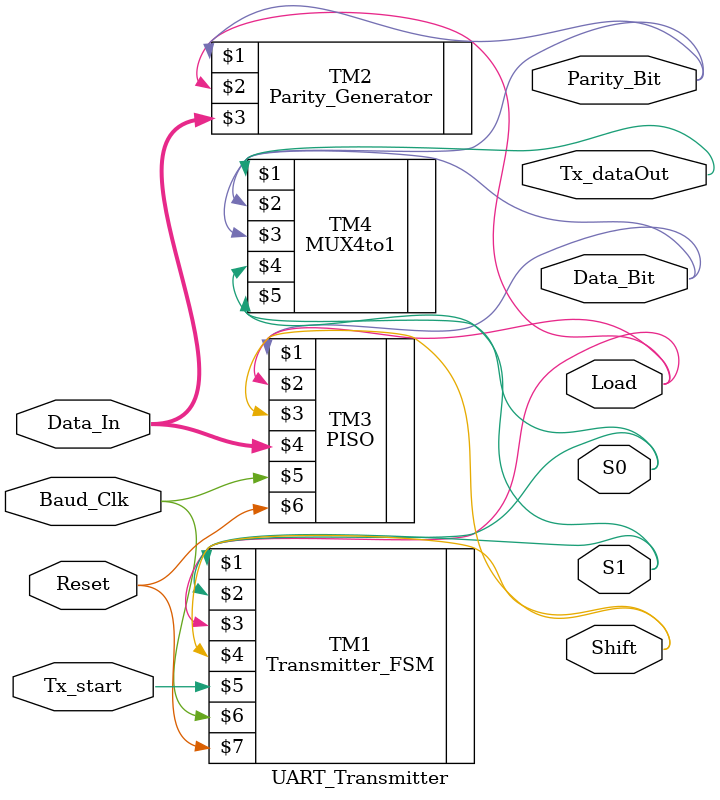
<source format=v>
`timescale 1ns / 1ps
module UART_Transmitter(Tx_dataOut, Data_Bit, Parity_Bit, S0, S1, Load, Shift, Data_In, Tx_start, Baud_Clk, Reset);
output Tx_dataOut, Data_Bit, Parity_Bit, S0, S1, Load, Shift;
input [31:0]Data_In;
input Tx_start, Baud_Clk, Reset;

Transmitter_FSM TM1(S0, S1, Load, Shift, Tx_start, Baud_Clk, Reset);
Parity_Generator TM2(Parity_Bit, Load, Data_In);
PISO TM3 (Data_Bit, Load, Shift, Data_In, Baud_Clk, Reset);
MUX4to1 TM4 (Tx_dataOut, Data_Bit, Parity_Bit, S0, S1);
endmodule

</source>
